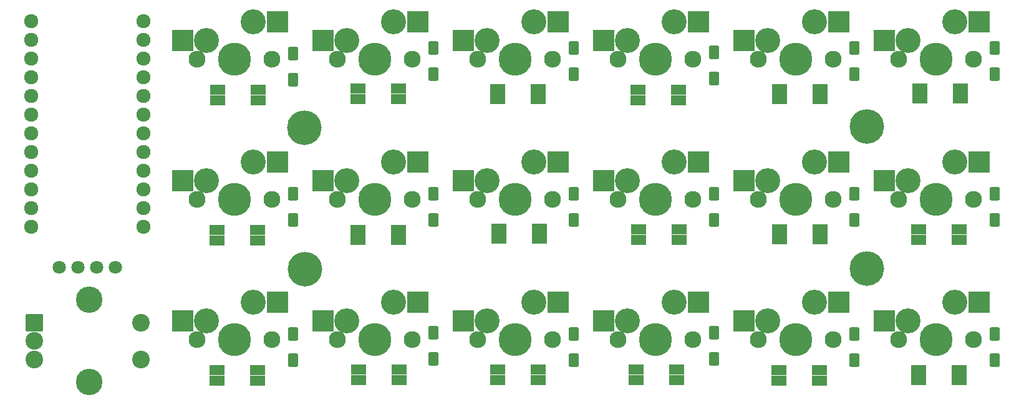
<source format=gbs>
G04 #@! TF.GenerationSoftware,KiCad,Pcbnew,(6.0.5)*
G04 #@! TF.CreationDate,2022-06-04T00:44:28+02:00*
G04 #@! TF.ProjectId,cheap_deck,63686561-705f-4646-9563-6b2e6b696361,3.0.1*
G04 #@! TF.SameCoordinates,Original*
G04 #@! TF.FileFunction,Soldermask,Bot*
G04 #@! TF.FilePolarity,Negative*
%FSLAX46Y46*%
G04 Gerber Fmt 4.6, Leading zero omitted, Abs format (unit mm)*
G04 Created by KiCad (PCBNEW (6.0.5)) date 2022-06-04 00:44:28*
%MOMM*%
%LPD*%
G01*
G04 APERTURE LIST*
G04 Aperture macros list*
%AMRoundRect*
0 Rectangle with rounded corners*
0 $1 Rounding radius*
0 $2 $3 $4 $5 $6 $7 $8 $9 X,Y pos of 4 corners*
0 Add a 4 corners polygon primitive as box body*
4,1,4,$2,$3,$4,$5,$6,$7,$8,$9,$2,$3,0*
0 Add four circle primitives for the rounded corners*
1,1,$1+$1,$2,$3*
1,1,$1+$1,$4,$5*
1,1,$1+$1,$6,$7*
1,1,$1+$1,$8,$9*
0 Add four rect primitives between the rounded corners*
20,1,$1+$1,$2,$3,$4,$5,0*
20,1,$1+$1,$4,$5,$6,$7,0*
20,1,$1+$1,$6,$7,$8,$9,0*
20,1,$1+$1,$8,$9,$2,$3,0*%
G04 Aperture macros list end*
%ADD10C,3.400000*%
%ADD11C,2.300000*%
%ADD12C,4.500000*%
%ADD13RoundRect,0.200000X1.275000X1.250000X-1.275000X1.250000X-1.275000X-1.250000X1.275000X-1.250000X0*%
%ADD14C,1.924000*%
%ADD15C,4.700000*%
%ADD16C,1.797000*%
%ADD17C,2.400000*%
%ADD18C,3.600000*%
%ADD19RoundRect,0.200000X-1.000000X-1.000000X1.000000X-1.000000X1.000000X1.000000X-1.000000X1.000000X0*%
%ADD20RoundRect,0.200000X0.500000X-0.700000X0.500000X0.700000X-0.500000X0.700000X-0.500000X-0.700000X0*%
%ADD21RoundRect,0.200000X-0.850000X-0.500000X0.850000X-0.500000X0.850000X0.500000X-0.850000X0.500000X0*%
G04 APERTURE END LIST*
D10*
X103610000Y-35362500D03*
D11*
X106150000Y-40442500D03*
X95990000Y-40442500D03*
D10*
X97260000Y-37902500D03*
D12*
X101070000Y-40442500D03*
D13*
X93985000Y-37902500D03*
X106912000Y-35362500D03*
D12*
X120120000Y-40442500D03*
D10*
X116310000Y-37902500D03*
X122660000Y-35362500D03*
D11*
X115040000Y-40442500D03*
X125200000Y-40442500D03*
D13*
X113035000Y-37902500D03*
X125962000Y-35362500D03*
D11*
X134090000Y-40442500D03*
X144250000Y-40442500D03*
D10*
X141710000Y-35362500D03*
D12*
X139170000Y-40442500D03*
D10*
X135360000Y-37902500D03*
D13*
X132085000Y-37902500D03*
X145012000Y-35362500D03*
D10*
X154410000Y-37902500D03*
D11*
X163300000Y-40442500D03*
D12*
X158220000Y-40442500D03*
D10*
X160760000Y-35362500D03*
D11*
X153140000Y-40442500D03*
D13*
X151135000Y-37902500D03*
X164062000Y-35362500D03*
D11*
X172190000Y-40442500D03*
D10*
X173460000Y-37902500D03*
X179810000Y-35362500D03*
D12*
X177270000Y-40442500D03*
D11*
X182350000Y-40442500D03*
D13*
X170185000Y-37902500D03*
X183112000Y-35362500D03*
D11*
X95990000Y-59492500D03*
D10*
X103610000Y-54412500D03*
D11*
X106150000Y-59492500D03*
D10*
X97260000Y-56952500D03*
D12*
X101070000Y-59492500D03*
D13*
X93985000Y-56952500D03*
X106912000Y-54412500D03*
D12*
X139170000Y-59492500D03*
D11*
X134090000Y-59492500D03*
D10*
X141710000Y-54412500D03*
D11*
X144250000Y-59492500D03*
D10*
X135360000Y-56952500D03*
D13*
X132085000Y-56952500D03*
X145012000Y-54412500D03*
D11*
X163300000Y-59492500D03*
D12*
X158220000Y-59492500D03*
D10*
X160760000Y-54412500D03*
X154410000Y-56952500D03*
D11*
X153140000Y-59492500D03*
D13*
X151135000Y-56952500D03*
X164062000Y-54412500D03*
D12*
X177270000Y-59492500D03*
D11*
X172190000Y-59492500D03*
D10*
X179810000Y-54412500D03*
D11*
X182350000Y-59492500D03*
D10*
X173460000Y-56952500D03*
D13*
X170185000Y-56952500D03*
X183112000Y-54412500D03*
D12*
X196320000Y-59492500D03*
D10*
X198860000Y-54412500D03*
X192510000Y-56952500D03*
D11*
X201400000Y-59492500D03*
X191240000Y-59492500D03*
D13*
X189235000Y-56952500D03*
X202162000Y-54412500D03*
D10*
X97260000Y-76002500D03*
X103610000Y-73462500D03*
D12*
X101070000Y-78542500D03*
D11*
X95990000Y-78542500D03*
X106150000Y-78542500D03*
D13*
X93985000Y-76002500D03*
X106912000Y-73462500D03*
D12*
X120120000Y-78542500D03*
D10*
X116310000Y-76002500D03*
X122660000Y-73462500D03*
D11*
X115040000Y-78542500D03*
X125200000Y-78542500D03*
D13*
X113035000Y-76002500D03*
X125962000Y-73462500D03*
D11*
X134090000Y-78542500D03*
D10*
X135360000Y-76002500D03*
X141710000Y-73462500D03*
D12*
X139170000Y-78542500D03*
D11*
X144250000Y-78542500D03*
D13*
X132085000Y-76002500D03*
X145012000Y-73462500D03*
D11*
X153140000Y-78542500D03*
D10*
X154410000Y-76002500D03*
D12*
X158220000Y-78542500D03*
D10*
X160760000Y-73462500D03*
D11*
X163300000Y-78542500D03*
D13*
X151135000Y-76002500D03*
X164062000Y-73462500D03*
D10*
X179810000Y-73462500D03*
D11*
X182350000Y-78542500D03*
D10*
X173460000Y-76002500D03*
D12*
X177270000Y-78542500D03*
D11*
X172190000Y-78542500D03*
D13*
X170185000Y-76002500D03*
X183112000Y-73462500D03*
D14*
X88695000Y-35223800D03*
X88695000Y-37763800D03*
X88695000Y-40303800D03*
X88695000Y-42843800D03*
X88695000Y-45383800D03*
X88695000Y-47923800D03*
X88695000Y-50463800D03*
X88695000Y-53003800D03*
X88695000Y-55543800D03*
X88695000Y-58083800D03*
X88695000Y-60623800D03*
X88695000Y-63163800D03*
X73475000Y-63163800D03*
X73475000Y-60623800D03*
X73475000Y-58083800D03*
X73475000Y-55543800D03*
X73475000Y-53003800D03*
X73475000Y-50463800D03*
X73475000Y-47923800D03*
X73475000Y-45383800D03*
X73475000Y-42843800D03*
X73475000Y-40303800D03*
X73475000Y-37763800D03*
X73475000Y-35223800D03*
D11*
X115040000Y-59492500D03*
X125200000Y-59492500D03*
D10*
X122660000Y-54412500D03*
D12*
X120120000Y-59492500D03*
D10*
X116310000Y-56952500D03*
D13*
X113035000Y-56952500D03*
X125962000Y-54412500D03*
D10*
X198860000Y-73462500D03*
X192510000Y-76002500D03*
D11*
X191240000Y-78542500D03*
X201400000Y-78542500D03*
D12*
X196320000Y-78542500D03*
D13*
X189235000Y-76002500D03*
X202162000Y-73462500D03*
D11*
X191240000Y-40442500D03*
D10*
X192510000Y-37902500D03*
X198860000Y-35362500D03*
D11*
X201400000Y-40442500D03*
D12*
X196320000Y-40442500D03*
D13*
X189235000Y-37902500D03*
X202162000Y-35362500D03*
D15*
X186890000Y-68832200D03*
X110541700Y-49722400D03*
X110604200Y-68918500D03*
D16*
X77257500Y-68700000D03*
X79797500Y-68700000D03*
X82337500Y-68700000D03*
X84877500Y-68700000D03*
D15*
X186890000Y-49588100D03*
D17*
X88317500Y-76182400D03*
X88317500Y-81182400D03*
D18*
X81317500Y-84282400D03*
X81317500Y-73082400D03*
D17*
X73817500Y-78682400D03*
X73817500Y-81182400D03*
D19*
X73817500Y-76182400D03*
D20*
X109007500Y-43198700D03*
X109007500Y-39648700D03*
X128057500Y-42405000D03*
X128057500Y-38855000D03*
X147107500Y-42405000D03*
X147107500Y-38855000D03*
X166157500Y-43011200D03*
X166157500Y-39461200D03*
X185207500Y-42405000D03*
X185207500Y-38855000D03*
X204257500Y-42405000D03*
X204257500Y-38855000D03*
X109007500Y-62248700D03*
X109007500Y-58698700D03*
X128057500Y-62248700D03*
X128057500Y-58698700D03*
X147107500Y-62248700D03*
X147107500Y-58698700D03*
X166157500Y-62248700D03*
X166157500Y-58698700D03*
X185207500Y-62248700D03*
X185207500Y-58698700D03*
X204257500Y-62248700D03*
X204257500Y-58698700D03*
X109007500Y-81298700D03*
X109007500Y-77748700D03*
X128057500Y-81111200D03*
X128057500Y-77561200D03*
X147107500Y-81298700D03*
X147107500Y-77748700D03*
X166157500Y-81111200D03*
X166157500Y-77561200D03*
X185207500Y-81298700D03*
X185207500Y-77748700D03*
X204257500Y-81298700D03*
X204257500Y-77748700D03*
D21*
X161052100Y-83965400D03*
X161052100Y-82565400D03*
X155552100Y-82565400D03*
X155552100Y-83965400D03*
X142230700Y-83965400D03*
X142230700Y-82565400D03*
X136730700Y-82565400D03*
X136730700Y-83965400D03*
X142433900Y-64813800D03*
X142433900Y-63413800D03*
X136933900Y-63413800D03*
X136933900Y-64813800D03*
X161376400Y-64955000D03*
X161376400Y-63555000D03*
X155876400Y-63555000D03*
X155876400Y-64955000D03*
X161356900Y-45967000D03*
X161356900Y-44567000D03*
X155856900Y-44567000D03*
X155856900Y-45967000D03*
X142230700Y-45852700D03*
X142230700Y-44452700D03*
X136730700Y-44452700D03*
X136730700Y-45852700D03*
X180470400Y-84054300D03*
X180470400Y-82654300D03*
X174970400Y-82654300D03*
X174970400Y-84054300D03*
X123378000Y-84005000D03*
X123378000Y-82605000D03*
X117878000Y-82605000D03*
X117878000Y-84005000D03*
X123295000Y-64978900D03*
X123295000Y-63578900D03*
X117795000Y-63578900D03*
X117795000Y-64978900D03*
X180521200Y-64902700D03*
X180521200Y-63502700D03*
X175021200Y-63502700D03*
X175021200Y-64902700D03*
X180508500Y-45852700D03*
X180508500Y-44452700D03*
X175008500Y-44452700D03*
X175008500Y-45852700D03*
X123320400Y-45814600D03*
X123320400Y-44414600D03*
X117820400Y-44414600D03*
X117820400Y-45814600D03*
X199406100Y-84016200D03*
X199406100Y-82616200D03*
X193906100Y-82616200D03*
X193906100Y-84016200D03*
X104156100Y-84079700D03*
X104156100Y-82679700D03*
X98656100Y-82679700D03*
X98656100Y-84079700D03*
X104181500Y-65007300D03*
X104181500Y-63607300D03*
X98681500Y-63607300D03*
X98681500Y-65007300D03*
X199456900Y-64931100D03*
X199456900Y-63531100D03*
X193956900Y-63531100D03*
X193956900Y-64931100D03*
X199565300Y-45765300D03*
X199565300Y-44365300D03*
X194065300Y-44365300D03*
X194065300Y-45765300D03*
X104270400Y-45967000D03*
X104270400Y-44567000D03*
X98770400Y-44567000D03*
X98770400Y-45967000D03*
M02*

</source>
